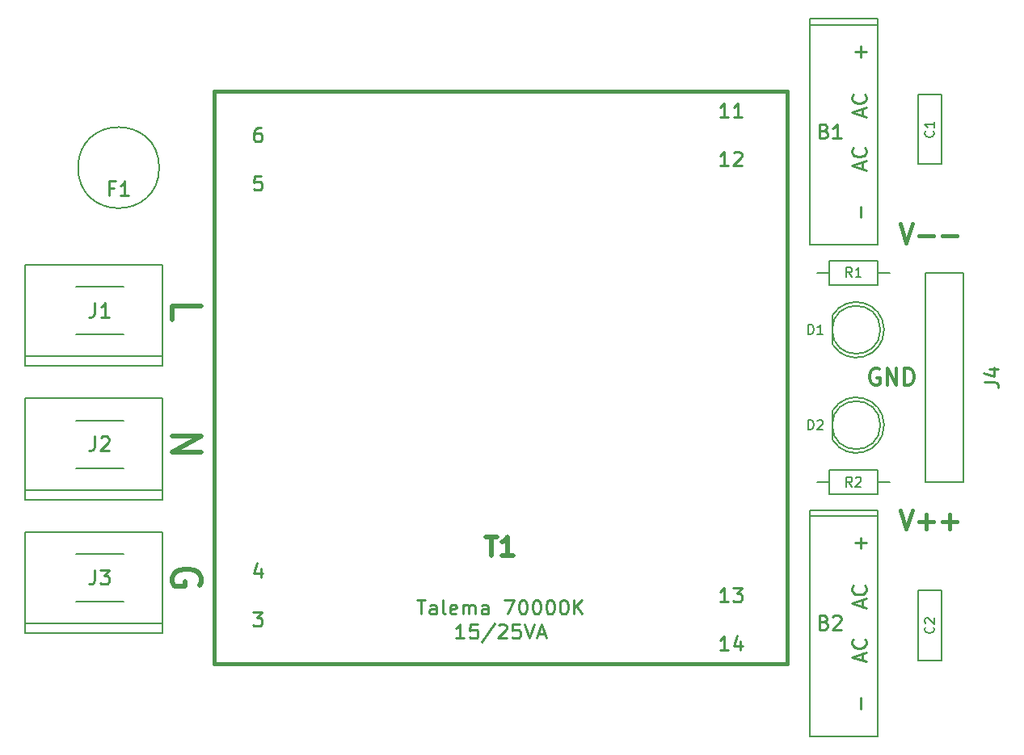
<source format=gto>
G04 #@! TF.FileFunction,Legend,Top*
%FSLAX46Y46*%
G04 Gerber Fmt 4.6, Leading zero omitted, Abs format (unit mm)*
G04 Created by KiCad (PCBNEW 4.0.1-stable) date Saturday, March 12, 2016 'PMt' 11:13:13 PM*
%MOMM*%
G01*
G04 APERTURE LIST*
%ADD10C,0.100000*%
%ADD11C,0.300000*%
%ADD12C,0.400000*%
%ADD13C,0.500000*%
%ADD14C,0.200000*%
%ADD15C,0.150000*%
%ADD16C,0.250000*%
G04 APERTURE END LIST*
D10*
D11*
X89666667Y875000D02*
X89500001Y958333D01*
X89250001Y958333D01*
X89000001Y875000D01*
X88833334Y708333D01*
X88750001Y541667D01*
X88666667Y208333D01*
X88666667Y-41667D01*
X88750001Y-375000D01*
X88833334Y-541667D01*
X89000001Y-708333D01*
X89250001Y-791667D01*
X89416667Y-791667D01*
X89666667Y-708333D01*
X89750001Y-625000D01*
X89750001Y-41667D01*
X89416667Y-41667D01*
X90500001Y-791667D02*
X90500001Y958333D01*
X91500001Y-791667D01*
X91500001Y958333D01*
X92333334Y-791667D02*
X92333334Y958333D01*
X92750000Y958333D01*
X93000000Y875000D01*
X93166667Y708333D01*
X93250000Y541667D01*
X93333334Y208333D01*
X93333334Y-41667D01*
X93250000Y-375000D01*
X93166667Y-541667D01*
X93000000Y-708333D01*
X92750000Y-791667D01*
X92333334Y-791667D01*
D12*
X91857143Y-13904762D02*
X92523810Y-15904762D01*
X93190477Y-13904762D01*
X93857143Y-15142857D02*
X95380953Y-15142857D01*
X94619048Y-15904762D02*
X94619048Y-14380952D01*
X96333333Y-15142857D02*
X97857143Y-15142857D01*
X97095238Y-15904762D02*
X97095238Y-14380952D01*
X91857143Y16095238D02*
X92523810Y14095238D01*
X93190477Y16095238D01*
X93857143Y14857143D02*
X95380953Y14857143D01*
X96333333Y14857143D02*
X97857143Y14857143D01*
D13*
X15642857Y-6142858D02*
X18642857Y-6142858D01*
X15642857Y-7857143D01*
X18642857Y-7857143D01*
X18500000Y-21785714D02*
X18642857Y-21500000D01*
X18642857Y-21071429D01*
X18500000Y-20642857D01*
X18214286Y-20357143D01*
X17928571Y-20214286D01*
X17357143Y-20071429D01*
X16928571Y-20071429D01*
X16357143Y-20214286D01*
X16071429Y-20357143D01*
X15785714Y-20642857D01*
X15642857Y-21071429D01*
X15642857Y-21357143D01*
X15785714Y-21785714D01*
X15928571Y-21928571D01*
X16928571Y-21928571D01*
X16928571Y-21357143D01*
X15642857Y6071428D02*
X15642857Y7499999D01*
X18642857Y7499999D01*
D12*
X20000000Y-30000000D02*
X20000000Y30000000D01*
X80000000Y-30000000D02*
X20000000Y-30000000D01*
X80000000Y30000000D02*
X80000000Y-30000000D01*
X20000000Y30000000D02*
X80000000Y30000000D01*
D14*
X98500000Y-11000000D02*
X98500000Y11000000D01*
X94500000Y-11000000D02*
X94500000Y11000000D01*
X98500000Y-11000000D02*
X94500000Y-11000000D01*
X94500000Y11000000D02*
X98500000Y11000000D01*
X5500000Y9500000D02*
X10500000Y9500000D01*
X10500000Y4500000D02*
X5500000Y4500000D01*
X14630000Y2200000D02*
X230000Y2200000D01*
X230000Y1200000D02*
X230000Y11800000D01*
X14630000Y1200000D02*
X230000Y1200000D01*
X14630000Y11800000D02*
X14630000Y1200000D01*
X14630000Y11800000D02*
X230000Y11800000D01*
X82450000Y36950000D02*
X89550000Y36950000D01*
X89550000Y37600000D02*
X82450000Y37600000D01*
X89550000Y13900000D02*
X89550000Y37600000D01*
X82450000Y13900000D02*
X89550000Y13900000D01*
X82450000Y13900000D02*
X82450000Y37600000D01*
X82450000Y-14550000D02*
X89550000Y-14550000D01*
X89550000Y-13900000D02*
X82450000Y-13900000D01*
X89550000Y-37600000D02*
X89550000Y-13900000D01*
X82450000Y-37600000D02*
X89550000Y-37600000D01*
X82450000Y-37600000D02*
X82450000Y-13900000D01*
X93750000Y29650000D02*
X96250000Y29650000D01*
X93750000Y22350000D02*
X93750000Y29650000D01*
X96250000Y22350000D02*
X93750000Y22350000D01*
X96250000Y29650000D02*
X96250000Y22350000D01*
X93750000Y-22350000D02*
X96250000Y-22350000D01*
X93750000Y-29650000D02*
X93750000Y-22350000D01*
X96250000Y-29650000D02*
X93750000Y-29650000D01*
X96250000Y-22350000D02*
X96250000Y-29650000D01*
X5500000Y-4500000D02*
X10500000Y-4500000D01*
X10500000Y-9500000D02*
X5500000Y-9500000D01*
X14630000Y-11800000D02*
X230000Y-11800000D01*
X230000Y-12800000D02*
X230000Y-2200000D01*
X14630000Y-12800000D02*
X230000Y-12800000D01*
X14630000Y-2200000D02*
X14630000Y-12800000D01*
X14630000Y-2200000D02*
X230000Y-2200000D01*
X5500000Y-18500000D02*
X10500000Y-18500000D01*
X10500000Y-23500000D02*
X5500000Y-23500000D01*
X14630000Y-25800000D02*
X230000Y-25800000D01*
X230000Y-26800000D02*
X230000Y-16200000D01*
X14630000Y-26800000D02*
X230000Y-26800000D01*
X14630000Y-16200000D02*
X14630000Y-26800000D01*
X14630000Y-16200000D02*
X230000Y-16200000D01*
D15*
X89540000Y9730000D02*
X84460000Y9730000D01*
X84460000Y9730000D02*
X84460000Y12270000D01*
X84460000Y12270000D02*
X89540000Y12270000D01*
X89540000Y12270000D02*
X89540000Y9730000D01*
X89540000Y11000000D02*
X90810000Y11000000D01*
X84460000Y11000000D02*
X83190000Y11000000D01*
X89540000Y-12270000D02*
X84460000Y-12270000D01*
X84460000Y-12270000D02*
X84460000Y-9730000D01*
X84460000Y-9730000D02*
X89540000Y-9730000D01*
X89540000Y-9730000D02*
X89540000Y-12270000D01*
X89540000Y-11000000D02*
X90810000Y-11000000D01*
X84460000Y-11000000D02*
X83190000Y-11000000D01*
D14*
X14250000Y22000000D02*
G75*
G03X14250000Y22000000I-4250000J0D01*
G01*
D15*
X84785112Y-6524904D02*
G75*
G03X84770000Y-3500000I2484888J1524904D01*
G01*
X84770000Y-6500000D02*
X84770000Y-3500000D01*
X89787936Y-5000000D02*
G75*
G03X89787936Y-5000000I-2517936J0D01*
G01*
X84785112Y3475096D02*
G75*
G03X84770000Y6500000I2484888J1524904D01*
G01*
X84770000Y3500000D02*
X84770000Y6500000D01*
X89787936Y5000000D02*
G75*
G03X89787936Y5000000I-2517936J0D01*
G01*
D13*
X48476190Y-16684762D02*
X49619047Y-16684762D01*
X49047619Y-18684762D02*
X49047619Y-16684762D01*
X51333334Y-18684762D02*
X50190476Y-18684762D01*
X50761905Y-18684762D02*
X50761905Y-16684762D01*
X50571429Y-16970476D01*
X50380953Y-17160952D01*
X50190476Y-17256190D01*
D16*
X46214287Y-27348571D02*
X45357144Y-27348571D01*
X45785716Y-27348571D02*
X45785716Y-25848571D01*
X45642859Y-26062857D01*
X45500001Y-26205714D01*
X45357144Y-26277143D01*
X47571430Y-25848571D02*
X46857144Y-25848571D01*
X46785715Y-26562857D01*
X46857144Y-26491429D01*
X47000001Y-26420000D01*
X47357144Y-26420000D01*
X47500001Y-26491429D01*
X47571430Y-26562857D01*
X47642858Y-26705714D01*
X47642858Y-27062857D01*
X47571430Y-27205714D01*
X47500001Y-27277143D01*
X47357144Y-27348571D01*
X47000001Y-27348571D01*
X46857144Y-27277143D01*
X46785715Y-27205714D01*
X49357143Y-25777143D02*
X48071429Y-27705714D01*
X49785715Y-25991429D02*
X49857144Y-25920000D01*
X50000001Y-25848571D01*
X50357144Y-25848571D01*
X50500001Y-25920000D01*
X50571430Y-25991429D01*
X50642858Y-26134286D01*
X50642858Y-26277143D01*
X50571430Y-26491429D01*
X49714287Y-27348571D01*
X50642858Y-27348571D01*
X52000001Y-25848571D02*
X51285715Y-25848571D01*
X51214286Y-26562857D01*
X51285715Y-26491429D01*
X51428572Y-26420000D01*
X51785715Y-26420000D01*
X51928572Y-26491429D01*
X52000001Y-26562857D01*
X52071429Y-26705714D01*
X52071429Y-27062857D01*
X52000001Y-27205714D01*
X51928572Y-27277143D01*
X51785715Y-27348571D01*
X51428572Y-27348571D01*
X51285715Y-27277143D01*
X51214286Y-27205714D01*
X52500000Y-25848571D02*
X53000000Y-27348571D01*
X53500000Y-25848571D01*
X53928571Y-26920000D02*
X54642857Y-26920000D01*
X53785714Y-27348571D02*
X54285714Y-25848571D01*
X54785714Y-27348571D01*
X41285716Y-23308571D02*
X42142859Y-23308571D01*
X41714288Y-24808571D02*
X41714288Y-23308571D01*
X43285716Y-24808571D02*
X43285716Y-24022857D01*
X43214287Y-23880000D01*
X43071430Y-23808571D01*
X42785716Y-23808571D01*
X42642859Y-23880000D01*
X43285716Y-24737143D02*
X43142859Y-24808571D01*
X42785716Y-24808571D01*
X42642859Y-24737143D01*
X42571430Y-24594286D01*
X42571430Y-24451429D01*
X42642859Y-24308571D01*
X42785716Y-24237143D01*
X43142859Y-24237143D01*
X43285716Y-24165714D01*
X44214288Y-24808571D02*
X44071430Y-24737143D01*
X44000002Y-24594286D01*
X44000002Y-23308571D01*
X45357144Y-24737143D02*
X45214287Y-24808571D01*
X44928573Y-24808571D01*
X44785716Y-24737143D01*
X44714287Y-24594286D01*
X44714287Y-24022857D01*
X44785716Y-23880000D01*
X44928573Y-23808571D01*
X45214287Y-23808571D01*
X45357144Y-23880000D01*
X45428573Y-24022857D01*
X45428573Y-24165714D01*
X44714287Y-24308571D01*
X46071430Y-24808571D02*
X46071430Y-23808571D01*
X46071430Y-23951429D02*
X46142858Y-23880000D01*
X46285716Y-23808571D01*
X46500001Y-23808571D01*
X46642858Y-23880000D01*
X46714287Y-24022857D01*
X46714287Y-24808571D01*
X46714287Y-24022857D02*
X46785716Y-23880000D01*
X46928573Y-23808571D01*
X47142858Y-23808571D01*
X47285716Y-23880000D01*
X47357144Y-24022857D01*
X47357144Y-24808571D01*
X48714287Y-24808571D02*
X48714287Y-24022857D01*
X48642858Y-23880000D01*
X48500001Y-23808571D01*
X48214287Y-23808571D01*
X48071430Y-23880000D01*
X48714287Y-24737143D02*
X48571430Y-24808571D01*
X48214287Y-24808571D01*
X48071430Y-24737143D01*
X48000001Y-24594286D01*
X48000001Y-24451429D01*
X48071430Y-24308571D01*
X48214287Y-24237143D01*
X48571430Y-24237143D01*
X48714287Y-24165714D01*
X50428573Y-23308571D02*
X51428573Y-23308571D01*
X50785716Y-24808571D01*
X52285715Y-23308571D02*
X52428572Y-23308571D01*
X52571429Y-23380000D01*
X52642858Y-23451429D01*
X52714287Y-23594286D01*
X52785715Y-23880000D01*
X52785715Y-24237143D01*
X52714287Y-24522857D01*
X52642858Y-24665714D01*
X52571429Y-24737143D01*
X52428572Y-24808571D01*
X52285715Y-24808571D01*
X52142858Y-24737143D01*
X52071429Y-24665714D01*
X52000001Y-24522857D01*
X51928572Y-24237143D01*
X51928572Y-23880000D01*
X52000001Y-23594286D01*
X52071429Y-23451429D01*
X52142858Y-23380000D01*
X52285715Y-23308571D01*
X53714286Y-23308571D02*
X53857143Y-23308571D01*
X54000000Y-23380000D01*
X54071429Y-23451429D01*
X54142858Y-23594286D01*
X54214286Y-23880000D01*
X54214286Y-24237143D01*
X54142858Y-24522857D01*
X54071429Y-24665714D01*
X54000000Y-24737143D01*
X53857143Y-24808571D01*
X53714286Y-24808571D01*
X53571429Y-24737143D01*
X53500000Y-24665714D01*
X53428572Y-24522857D01*
X53357143Y-24237143D01*
X53357143Y-23880000D01*
X53428572Y-23594286D01*
X53500000Y-23451429D01*
X53571429Y-23380000D01*
X53714286Y-23308571D01*
X55142857Y-23308571D02*
X55285714Y-23308571D01*
X55428571Y-23380000D01*
X55500000Y-23451429D01*
X55571429Y-23594286D01*
X55642857Y-23880000D01*
X55642857Y-24237143D01*
X55571429Y-24522857D01*
X55500000Y-24665714D01*
X55428571Y-24737143D01*
X55285714Y-24808571D01*
X55142857Y-24808571D01*
X55000000Y-24737143D01*
X54928571Y-24665714D01*
X54857143Y-24522857D01*
X54785714Y-24237143D01*
X54785714Y-23880000D01*
X54857143Y-23594286D01*
X54928571Y-23451429D01*
X55000000Y-23380000D01*
X55142857Y-23308571D01*
X56571428Y-23308571D02*
X56714285Y-23308571D01*
X56857142Y-23380000D01*
X56928571Y-23451429D01*
X57000000Y-23594286D01*
X57071428Y-23880000D01*
X57071428Y-24237143D01*
X57000000Y-24522857D01*
X56928571Y-24665714D01*
X56857142Y-24737143D01*
X56714285Y-24808571D01*
X56571428Y-24808571D01*
X56428571Y-24737143D01*
X56357142Y-24665714D01*
X56285714Y-24522857D01*
X56214285Y-24237143D01*
X56214285Y-23880000D01*
X56285714Y-23594286D01*
X56357142Y-23451429D01*
X56428571Y-23380000D01*
X56571428Y-23308571D01*
X57714285Y-24808571D02*
X57714285Y-23308571D01*
X58571428Y-24808571D02*
X57928571Y-23951429D01*
X58571428Y-23308571D02*
X57714285Y-24165714D01*
X73844286Y27261429D02*
X72987143Y27261429D01*
X73415715Y27261429D02*
X73415715Y28761429D01*
X73272858Y28547143D01*
X73130000Y28404286D01*
X72987143Y28332857D01*
X75272857Y27261429D02*
X74415714Y27261429D01*
X74844286Y27261429D02*
X74844286Y28761429D01*
X74701429Y28547143D01*
X74558571Y28404286D01*
X74415714Y28332857D01*
X73844286Y22181429D02*
X72987143Y22181429D01*
X73415715Y22181429D02*
X73415715Y23681429D01*
X73272858Y23467143D01*
X73130000Y23324286D01*
X72987143Y23252857D01*
X74415714Y23538571D02*
X74487143Y23610000D01*
X74630000Y23681429D01*
X74987143Y23681429D01*
X75130000Y23610000D01*
X75201429Y23538571D01*
X75272857Y23395714D01*
X75272857Y23252857D01*
X75201429Y23038571D01*
X74344286Y22181429D01*
X75272857Y22181429D01*
X73844286Y-28618571D02*
X72987143Y-28618571D01*
X73415715Y-28618571D02*
X73415715Y-27118571D01*
X73272858Y-27332857D01*
X73130000Y-27475714D01*
X72987143Y-27547143D01*
X75130000Y-27618571D02*
X75130000Y-28618571D01*
X74772857Y-27047143D02*
X74415714Y-28118571D01*
X75344286Y-28118571D01*
X73844286Y-23538571D02*
X72987143Y-23538571D01*
X73415715Y-23538571D02*
X73415715Y-22038571D01*
X73272858Y-22252857D01*
X73130000Y-22395714D01*
X72987143Y-22467143D01*
X74344286Y-22038571D02*
X75272857Y-22038571D01*
X74772857Y-22610000D01*
X74987143Y-22610000D01*
X75130000Y-22681429D01*
X75201429Y-22752857D01*
X75272857Y-22895714D01*
X75272857Y-23252857D01*
X75201429Y-23395714D01*
X75130000Y-23467143D01*
X74987143Y-23538571D01*
X74558571Y-23538571D01*
X74415714Y-23467143D01*
X74344286Y-23395714D01*
X24100001Y-24578571D02*
X25028572Y-24578571D01*
X24528572Y-25150000D01*
X24742858Y-25150000D01*
X24885715Y-25221429D01*
X24957144Y-25292857D01*
X25028572Y-25435714D01*
X25028572Y-25792857D01*
X24957144Y-25935714D01*
X24885715Y-26007143D01*
X24742858Y-26078571D01*
X24314286Y-26078571D01*
X24171429Y-26007143D01*
X24100001Y-25935714D01*
X24885715Y-19998571D02*
X24885715Y-20998571D01*
X24528572Y-19427143D02*
X24171429Y-20498571D01*
X25100001Y-20498571D01*
X24957144Y21141429D02*
X24242858Y21141429D01*
X24171429Y20427143D01*
X24242858Y20498571D01*
X24385715Y20570000D01*
X24742858Y20570000D01*
X24885715Y20498571D01*
X24957144Y20427143D01*
X25028572Y20284286D01*
X25028572Y19927143D01*
X24957144Y19784286D01*
X24885715Y19712857D01*
X24742858Y19641429D01*
X24385715Y19641429D01*
X24242858Y19712857D01*
X24171429Y19784286D01*
X24885715Y26221429D02*
X24600001Y26221429D01*
X24457144Y26150000D01*
X24385715Y26078571D01*
X24242858Y25864286D01*
X24171429Y25578571D01*
X24171429Y25007143D01*
X24242858Y24864286D01*
X24314286Y24792857D01*
X24457144Y24721429D01*
X24742858Y24721429D01*
X24885715Y24792857D01*
X24957144Y24864286D01*
X25028572Y25007143D01*
X25028572Y25364286D01*
X24957144Y25507143D01*
X24885715Y25578571D01*
X24742858Y25650000D01*
X24457144Y25650000D01*
X24314286Y25578571D01*
X24242858Y25507143D01*
X24171429Y25364286D01*
X100678571Y-500000D02*
X101750000Y-500000D01*
X101964286Y-571428D01*
X102107143Y-714285D01*
X102178571Y-928571D01*
X102178571Y-1071428D01*
X101178571Y857143D02*
X102178571Y857143D01*
X100607143Y500000D02*
X101678571Y142857D01*
X101678571Y1071429D01*
X7500000Y7821429D02*
X7500000Y6750000D01*
X7428572Y6535714D01*
X7285715Y6392857D01*
X7071429Y6321429D01*
X6928572Y6321429D01*
X9000000Y6321429D02*
X8142857Y6321429D01*
X8571429Y6321429D02*
X8571429Y7821429D01*
X8428572Y7607143D01*
X8285714Y7464286D01*
X8142857Y7392857D01*
X83892858Y25857143D02*
X84107144Y25785714D01*
X84178572Y25714286D01*
X84250001Y25571429D01*
X84250001Y25357143D01*
X84178572Y25214286D01*
X84107144Y25142857D01*
X83964286Y25071429D01*
X83392858Y25071429D01*
X83392858Y26571429D01*
X83892858Y26571429D01*
X84035715Y26500000D01*
X84107144Y26428571D01*
X84178572Y26285714D01*
X84178572Y26142857D01*
X84107144Y26000000D01*
X84035715Y25928571D01*
X83892858Y25857143D01*
X83392858Y25857143D01*
X85678572Y25071429D02*
X84821429Y25071429D01*
X85250001Y25071429D02*
X85250001Y26571429D01*
X85107144Y26357143D01*
X84964286Y26214286D01*
X84821429Y26142857D01*
X87900000Y27442857D02*
X87900000Y28157143D01*
X88328571Y27300000D02*
X86828571Y27800000D01*
X88328571Y28300000D01*
X88185714Y29657143D02*
X88257143Y29585714D01*
X88328571Y29371428D01*
X88328571Y29228571D01*
X88257143Y29014286D01*
X88114286Y28871428D01*
X87971429Y28800000D01*
X87685714Y28728571D01*
X87471429Y28728571D01*
X87185714Y28800000D01*
X87042857Y28871428D01*
X86900000Y29014286D01*
X86828571Y29228571D01*
X86828571Y29371428D01*
X86900000Y29585714D01*
X86971429Y29657143D01*
X87900000Y21842857D02*
X87900000Y22557143D01*
X88328571Y21700000D02*
X86828571Y22200000D01*
X88328571Y22700000D01*
X88185714Y24057143D02*
X88257143Y23985714D01*
X88328571Y23771428D01*
X88328571Y23628571D01*
X88257143Y23414286D01*
X88114286Y23271428D01*
X87971429Y23200000D01*
X87685714Y23128571D01*
X87471429Y23128571D01*
X87185714Y23200000D01*
X87042857Y23271428D01*
X86900000Y23414286D01*
X86828571Y23628571D01*
X86828571Y23771428D01*
X86900000Y23985714D01*
X86971429Y24057143D01*
X87757143Y16778572D02*
X87757143Y17921429D01*
X87757143Y33578572D02*
X87757143Y34721429D01*
X88328571Y34150000D02*
X87185714Y34150000D01*
X83892858Y-25642857D02*
X84107144Y-25714286D01*
X84178572Y-25785714D01*
X84250001Y-25928571D01*
X84250001Y-26142857D01*
X84178572Y-26285714D01*
X84107144Y-26357143D01*
X83964286Y-26428571D01*
X83392858Y-26428571D01*
X83392858Y-24928571D01*
X83892858Y-24928571D01*
X84035715Y-25000000D01*
X84107144Y-25071429D01*
X84178572Y-25214286D01*
X84178572Y-25357143D01*
X84107144Y-25500000D01*
X84035715Y-25571429D01*
X83892858Y-25642857D01*
X83392858Y-25642857D01*
X84821429Y-25071429D02*
X84892858Y-25000000D01*
X85035715Y-24928571D01*
X85392858Y-24928571D01*
X85535715Y-25000000D01*
X85607144Y-25071429D01*
X85678572Y-25214286D01*
X85678572Y-25357143D01*
X85607144Y-25571429D01*
X84750001Y-26428571D01*
X85678572Y-26428571D01*
X87900000Y-24057143D02*
X87900000Y-23342857D01*
X88328571Y-24200000D02*
X86828571Y-23700000D01*
X88328571Y-23200000D01*
X88185714Y-21842857D02*
X88257143Y-21914286D01*
X88328571Y-22128572D01*
X88328571Y-22271429D01*
X88257143Y-22485714D01*
X88114286Y-22628572D01*
X87971429Y-22700000D01*
X87685714Y-22771429D01*
X87471429Y-22771429D01*
X87185714Y-22700000D01*
X87042857Y-22628572D01*
X86900000Y-22485714D01*
X86828571Y-22271429D01*
X86828571Y-22128572D01*
X86900000Y-21914286D01*
X86971429Y-21842857D01*
X87900000Y-29657143D02*
X87900000Y-28942857D01*
X88328571Y-29800000D02*
X86828571Y-29300000D01*
X88328571Y-28800000D01*
X88185714Y-27442857D02*
X88257143Y-27514286D01*
X88328571Y-27728572D01*
X88328571Y-27871429D01*
X88257143Y-28085714D01*
X88114286Y-28228572D01*
X87971429Y-28300000D01*
X87685714Y-28371429D01*
X87471429Y-28371429D01*
X87185714Y-28300000D01*
X87042857Y-28228572D01*
X86900000Y-28085714D01*
X86828571Y-27871429D01*
X86828571Y-27728572D01*
X86900000Y-27514286D01*
X86971429Y-27442857D01*
X87757143Y-34721428D02*
X87757143Y-33578571D01*
X87757143Y-17921428D02*
X87757143Y-16778571D01*
X88328571Y-17350000D02*
X87185714Y-17350000D01*
D14*
X95357143Y25833334D02*
X95404762Y25785715D01*
X95452381Y25642858D01*
X95452381Y25547620D01*
X95404762Y25404762D01*
X95309524Y25309524D01*
X95214286Y25261905D01*
X95023810Y25214286D01*
X94880952Y25214286D01*
X94690476Y25261905D01*
X94595238Y25309524D01*
X94500000Y25404762D01*
X94452381Y25547620D01*
X94452381Y25642858D01*
X94500000Y25785715D01*
X94547619Y25833334D01*
X95452381Y26785715D02*
X95452381Y26214286D01*
X95452381Y26500000D02*
X94452381Y26500000D01*
X94595238Y26404762D01*
X94690476Y26309524D01*
X94738095Y26214286D01*
X95357143Y-26166666D02*
X95404762Y-26214285D01*
X95452381Y-26357142D01*
X95452381Y-26452380D01*
X95404762Y-26595238D01*
X95309524Y-26690476D01*
X95214286Y-26738095D01*
X95023810Y-26785714D01*
X94880952Y-26785714D01*
X94690476Y-26738095D01*
X94595238Y-26690476D01*
X94500000Y-26595238D01*
X94452381Y-26452380D01*
X94452381Y-26357142D01*
X94500000Y-26214285D01*
X94547619Y-26166666D01*
X94547619Y-25785714D02*
X94500000Y-25738095D01*
X94452381Y-25642857D01*
X94452381Y-25404761D01*
X94500000Y-25309523D01*
X94547619Y-25261904D01*
X94642857Y-25214285D01*
X94738095Y-25214285D01*
X94880952Y-25261904D01*
X95452381Y-25833333D01*
X95452381Y-25214285D01*
D16*
X7500000Y-6178571D02*
X7500000Y-7250000D01*
X7428572Y-7464286D01*
X7285715Y-7607143D01*
X7071429Y-7678571D01*
X6928572Y-7678571D01*
X8142857Y-6321429D02*
X8214286Y-6250000D01*
X8357143Y-6178571D01*
X8714286Y-6178571D01*
X8857143Y-6250000D01*
X8928572Y-6321429D01*
X9000000Y-6464286D01*
X9000000Y-6607143D01*
X8928572Y-6821429D01*
X8071429Y-7678571D01*
X9000000Y-7678571D01*
X7500000Y-20178571D02*
X7500000Y-21250000D01*
X7428572Y-21464286D01*
X7285715Y-21607143D01*
X7071429Y-21678571D01*
X6928572Y-21678571D01*
X8071429Y-20178571D02*
X9000000Y-20178571D01*
X8500000Y-20750000D01*
X8714286Y-20750000D01*
X8857143Y-20821429D01*
X8928572Y-20892857D01*
X9000000Y-21035714D01*
X9000000Y-21392857D01*
X8928572Y-21535714D01*
X8857143Y-21607143D01*
X8714286Y-21678571D01*
X8285714Y-21678571D01*
X8142857Y-21607143D01*
X8071429Y-21535714D01*
D15*
X86833334Y10547619D02*
X86500000Y11023810D01*
X86261905Y10547619D02*
X86261905Y11547619D01*
X86642858Y11547619D01*
X86738096Y11500000D01*
X86785715Y11452381D01*
X86833334Y11357143D01*
X86833334Y11214286D01*
X86785715Y11119048D01*
X86738096Y11071429D01*
X86642858Y11023810D01*
X86261905Y11023810D01*
X87785715Y10547619D02*
X87214286Y10547619D01*
X87500000Y10547619D02*
X87500000Y11547619D01*
X87404762Y11404762D01*
X87309524Y11309524D01*
X87214286Y11261905D01*
X86833334Y-11452381D02*
X86500000Y-10976190D01*
X86261905Y-11452381D02*
X86261905Y-10452381D01*
X86642858Y-10452381D01*
X86738096Y-10500000D01*
X86785715Y-10547619D01*
X86833334Y-10642857D01*
X86833334Y-10785714D01*
X86785715Y-10880952D01*
X86738096Y-10928571D01*
X86642858Y-10976190D01*
X86261905Y-10976190D01*
X87214286Y-10547619D02*
X87261905Y-10500000D01*
X87357143Y-10452381D01*
X87595239Y-10452381D01*
X87690477Y-10500000D01*
X87738096Y-10547619D01*
X87785715Y-10642857D01*
X87785715Y-10738095D01*
X87738096Y-10880952D01*
X87166667Y-11452381D01*
X87785715Y-11452381D01*
D16*
X9500001Y19857143D02*
X9000001Y19857143D01*
X9000001Y19071429D02*
X9000001Y20571429D01*
X9714287Y20571429D01*
X11071429Y19071429D02*
X10214286Y19071429D01*
X10642858Y19071429D02*
X10642858Y20571429D01*
X10500001Y20357143D01*
X10357143Y20214286D01*
X10214286Y20142857D01*
D15*
X82261905Y-5452381D02*
X82261905Y-4452381D01*
X82500000Y-4452381D01*
X82642858Y-4500000D01*
X82738096Y-4595238D01*
X82785715Y-4690476D01*
X82833334Y-4880952D01*
X82833334Y-5023810D01*
X82785715Y-5214286D01*
X82738096Y-5309524D01*
X82642858Y-5404762D01*
X82500000Y-5452381D01*
X82261905Y-5452381D01*
X83214286Y-4547619D02*
X83261905Y-4500000D01*
X83357143Y-4452381D01*
X83595239Y-4452381D01*
X83690477Y-4500000D01*
X83738096Y-4547619D01*
X83785715Y-4642857D01*
X83785715Y-4738095D01*
X83738096Y-4880952D01*
X83166667Y-5452381D01*
X83785715Y-5452381D01*
X82261905Y4547619D02*
X82261905Y5547619D01*
X82500000Y5547619D01*
X82642858Y5500000D01*
X82738096Y5404762D01*
X82785715Y5309524D01*
X82833334Y5119048D01*
X82833334Y4976190D01*
X82785715Y4785714D01*
X82738096Y4690476D01*
X82642858Y4595238D01*
X82500000Y4547619D01*
X82261905Y4547619D01*
X83785715Y4547619D02*
X83214286Y4547619D01*
X83500000Y4547619D02*
X83500000Y5547619D01*
X83404762Y5404762D01*
X83309524Y5309524D01*
X83214286Y5261905D01*
M02*

</source>
